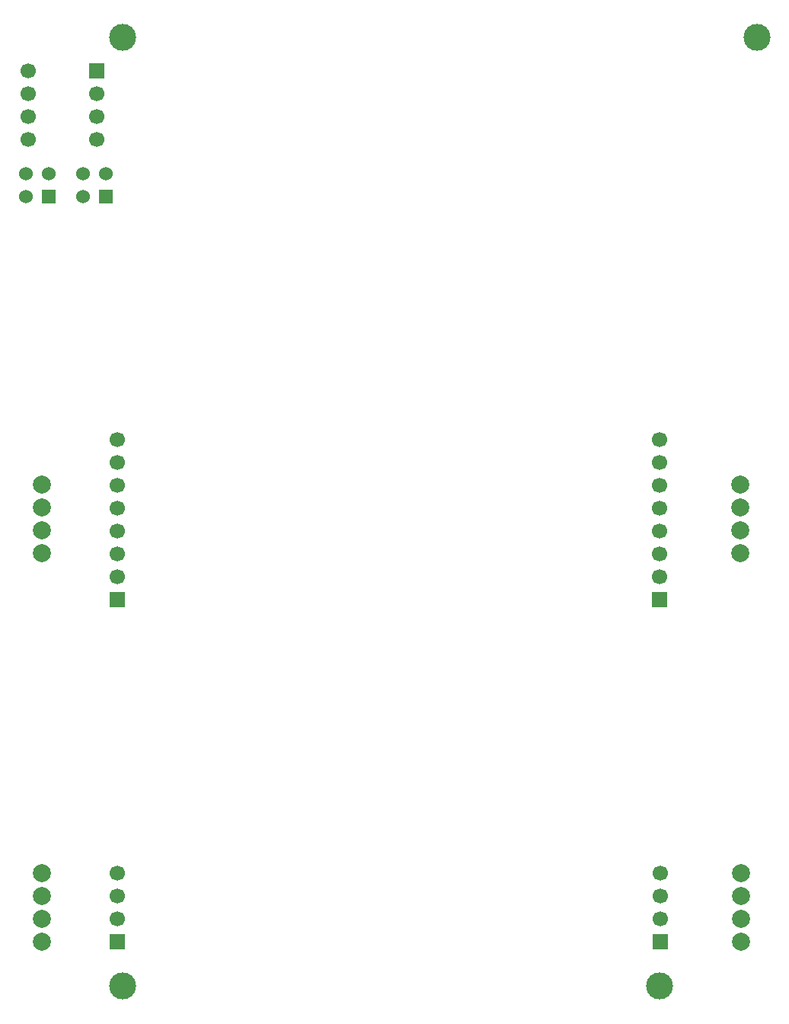
<source format=gbl>
G04 Layer: BottomLayer*
G04 EasyEDA v6.5.34, 2023-08-21 18:11:39*
G04 c862416320f94afeacbf5464a4b7dd8e,5a6b42c53f6a479593ecc07194224c93,10*
G04 Gerber Generator version 0.2*
G04 Scale: 100 percent, Rotated: No, Reflected: No *
G04 Dimensions in millimeters *
G04 leading zeros omitted , absolute positions ,4 integer and 5 decimal *
%FSLAX45Y45*%
%MOMM*%

%AMMACRO1*21,1,$1,$2,0,0,$3*%
%ADD10MACRO1,1.524X1.524X0.0000*%
%ADD11C,1.5240*%
%ADD12MACRO1,1.7X1.7X90.0000*%
%ADD13C,1.7000*%
%ADD14R,1.7000X1.7000*%
%ADD15C,2.0000*%
%ADD16C,3.0000*%

%LPD*%
D10*
G01*
X761997Y9906000D03*
D11*
G01*
X762000Y10160000D03*
G01*
X508000Y9906000D03*
G01*
X508000Y10160000D03*
D10*
G01*
X1396997Y9906000D03*
D11*
G01*
X1397000Y10160000D03*
G01*
X1143000Y9906000D03*
G01*
X1143000Y10160000D03*
D12*
G01*
X7560033Y1625597D03*
D13*
G01*
X7560030Y1879600D03*
G01*
X7560030Y2133600D03*
G01*
X7560030Y2387600D03*
D14*
G01*
X7552893Y5422874D03*
D13*
G01*
X7552893Y5676874D03*
G01*
X7552893Y5930874D03*
G01*
X7552893Y6184874D03*
G01*
X7552893Y6438874D03*
G01*
X7552893Y6692874D03*
G01*
X7552893Y6946874D03*
G01*
X7552893Y7200874D03*
D14*
G01*
X1527505Y5422874D03*
D13*
G01*
X1527505Y5676874D03*
G01*
X1527505Y5930874D03*
G01*
X1527505Y6184874D03*
G01*
X1527505Y6438874D03*
G01*
X1527505Y6692874D03*
G01*
X1527505Y6946874D03*
G01*
X1527505Y7200874D03*
D12*
G01*
X1527497Y1625600D03*
D13*
G01*
X1527505Y1879600D03*
G01*
X1527505Y2133600D03*
G01*
X1527505Y2387600D03*
D15*
G01*
X8454593Y6195313D03*
G01*
X8454593Y6449313D03*
G01*
X8454593Y6703313D03*
G01*
X8454593Y5941313D03*
G01*
X8458149Y1621028D03*
G01*
X8458149Y2383028D03*
G01*
X8458149Y2129028D03*
G01*
X8458149Y1875028D03*
G01*
X689381Y2127859D03*
G01*
X689381Y1873859D03*
G01*
X689381Y1619859D03*
G01*
X689381Y2381859D03*
G01*
X685800Y6705600D03*
G01*
X685800Y5943600D03*
G01*
X685800Y6197600D03*
G01*
X685800Y6451600D03*
D16*
G01*
X1587500Y11671300D03*
G01*
X1587500Y1130300D03*
G01*
X7556474Y1130300D03*
D13*
G01*
X533400Y11303000D03*
G01*
X533400Y11049000D03*
G01*
X533400Y10795000D03*
G01*
X533400Y10541000D03*
G01*
X1295400Y10541000D03*
G01*
X1295400Y10795000D03*
G01*
X1295400Y11049000D03*
D14*
G01*
X1295400Y11303000D03*
D16*
G01*
X8635974Y11671300D03*
M02*

</source>
